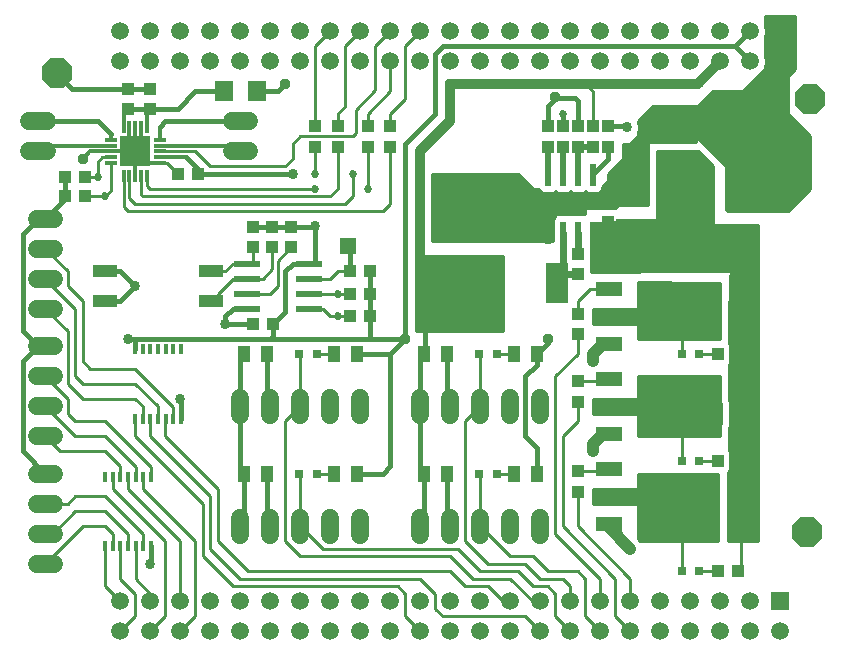
<source format=gtl>
G75*
%MOIN*%
%OFA0B0*%
%FSLAX24Y24*%
%IPPOS*%
%LPD*%
%AMOC8*
5,1,8,0,0,1.08239X$1,22.5*
%
%ADD10R,0.0138X0.0354*%
%ADD11R,0.0591X0.0591*%
%ADD12C,0.0591*%
%ADD13C,0.1660*%
%ADD14C,0.1620*%
%ADD15R,0.1063X0.0630*%
%ADD16R,0.0394X0.0433*%
%ADD17R,0.0220X0.0780*%
%ADD18R,0.0980X0.0790*%
%ADD19R,0.0433X0.0394*%
%ADD20R,0.0728X0.1339*%
%ADD21R,0.0709X0.0630*%
%ADD22C,0.0591*%
%ADD23R,0.0433X0.0551*%
%ADD24R,0.0880X0.0480*%
%ADD25R,0.0866X0.1417*%
%ADD26R,0.0315X0.0315*%
%ADD27R,0.0866X0.0236*%
%ADD28R,0.0790X0.0430*%
%ADD29R,0.0551X0.0551*%
%ADD30OC8,0.1005*%
%ADD31R,0.0394X0.0118*%
%ADD32R,0.0118X0.0394*%
%ADD33R,0.1000X0.1000*%
%ADD34R,0.0630X0.0710*%
%ADD35C,0.0337*%
%ADD36C,0.0270*%
%ADD37C,0.0160*%
%ADD38C,0.0376*%
%ADD39C,0.0120*%
%ADD40C,0.0100*%
%ADD41C,0.0400*%
%ADD42C,0.0200*%
%ADD43C,0.0220*%
%ADD44C,0.0240*%
%ADD45C,0.0320*%
D10*
X004182Y004098D03*
X004438Y004098D03*
X004694Y004098D03*
X004950Y004098D03*
X005206Y004098D03*
X005462Y004098D03*
X005718Y004098D03*
X005718Y006402D03*
X005462Y006402D03*
X005206Y006402D03*
X004950Y006402D03*
X004694Y006402D03*
X004438Y006402D03*
X004182Y006402D03*
X005182Y008348D03*
X005438Y008348D03*
X005694Y008348D03*
X005950Y008348D03*
X006206Y008348D03*
X006462Y008348D03*
X006718Y008348D03*
X006718Y010652D03*
X006462Y010652D03*
X006206Y010652D03*
X005950Y010652D03*
X005694Y010652D03*
X005438Y010652D03*
X005182Y010652D03*
D11*
X026700Y002250D03*
X026700Y021250D03*
D12*
X025700Y021250D03*
X024700Y021250D03*
X023700Y021250D03*
X022700Y021250D03*
X021700Y021250D03*
X020700Y021250D03*
X019700Y021250D03*
X018700Y021250D03*
X017700Y021250D03*
X016700Y021250D03*
X015700Y021250D03*
X014700Y021250D03*
X013700Y021250D03*
X012700Y021250D03*
X011700Y021250D03*
X010700Y021250D03*
X009700Y021250D03*
X008700Y021250D03*
X007700Y021250D03*
X006700Y021250D03*
X005700Y021250D03*
X004700Y021250D03*
X004700Y020250D03*
X005700Y020250D03*
X006700Y020250D03*
X007700Y020250D03*
X008700Y020250D03*
X009700Y020250D03*
X010700Y020250D03*
X011700Y020250D03*
X012700Y020250D03*
X013700Y020250D03*
X014700Y020250D03*
X015700Y020250D03*
X016700Y020250D03*
X017700Y020250D03*
X018700Y020250D03*
X019700Y020250D03*
X020700Y020250D03*
X021700Y020250D03*
X022700Y020250D03*
X023700Y020250D03*
X024700Y020250D03*
X025700Y020250D03*
X026700Y020250D03*
X025700Y002250D03*
X024700Y002250D03*
X023700Y002250D03*
X022700Y002250D03*
X021700Y002250D03*
X020700Y002250D03*
X019700Y002250D03*
X018700Y002250D03*
X017700Y002250D03*
X016700Y002250D03*
X015700Y002250D03*
X014700Y002250D03*
X013700Y002250D03*
X012700Y002250D03*
X011700Y002250D03*
X010700Y002250D03*
X009700Y002250D03*
X008700Y002250D03*
X007700Y002250D03*
X006700Y002250D03*
X005700Y002250D03*
X004700Y002250D03*
X004700Y001250D03*
X005700Y001250D03*
X006700Y001250D03*
X007700Y001250D03*
X008700Y001250D03*
X009700Y001250D03*
X010700Y001250D03*
X011700Y001250D03*
X012700Y001250D03*
X013700Y001250D03*
X014700Y001250D03*
X015700Y001250D03*
X016700Y001250D03*
X017700Y001250D03*
X018700Y001250D03*
X019700Y001250D03*
X020700Y001250D03*
X021700Y001250D03*
X022700Y001250D03*
X023700Y001250D03*
X024700Y001250D03*
X025700Y001250D03*
X026700Y001250D03*
D13*
X023486Y016250D03*
D14*
X026369Y016260D03*
X024737Y018231D03*
D15*
X021750Y015801D03*
X021750Y014699D03*
D16*
X020950Y014915D03*
X020950Y015585D03*
X019950Y013835D03*
X019950Y013165D03*
X024615Y010500D03*
X025285Y010500D03*
X025285Y006933D03*
X024615Y006933D03*
X024615Y003250D03*
X025285Y003250D03*
X013035Y011750D03*
X012365Y011750D03*
X012365Y012500D03*
X013035Y012500D03*
X013035Y013250D03*
X012365Y013250D03*
X018950Y017415D03*
X019450Y017415D03*
X019450Y018085D03*
X018950Y018085D03*
X005700Y018665D03*
X004950Y018665D03*
X004950Y019335D03*
X005700Y019335D03*
X003535Y016385D03*
X002865Y016385D03*
X002865Y015750D03*
X003535Y015750D03*
D17*
X018950Y016470D03*
X019450Y016470D03*
X019950Y016470D03*
X020450Y016470D03*
X020450Y014530D03*
X019950Y014530D03*
X019450Y014530D03*
X018950Y014530D03*
D18*
X019700Y015500D03*
D19*
X019950Y017415D03*
X020450Y017415D03*
X020950Y017415D03*
X020950Y018085D03*
X020450Y018085D03*
X019950Y018085D03*
X013700Y018085D03*
X012950Y018085D03*
X012950Y017415D03*
X013700Y017415D03*
X011950Y017415D03*
X011200Y017415D03*
X011200Y018085D03*
X011950Y018085D03*
X007285Y016500D03*
X006615Y016500D03*
X009133Y014735D03*
X009768Y014735D03*
X010403Y014735D03*
X010403Y014065D03*
X009768Y014065D03*
X009133Y014065D03*
X009115Y011500D03*
X009785Y011500D03*
X019950Y011165D03*
X019950Y011835D03*
X019950Y009585D03*
X019950Y008915D03*
X019950Y006585D03*
X019950Y005915D03*
D20*
X019263Y012868D03*
X017098Y012868D03*
D21*
X016300Y013449D03*
X015450Y013449D03*
X015450Y014551D03*
X016300Y014551D03*
D22*
X008995Y017250D02*
X008405Y017250D01*
X008405Y018250D02*
X008995Y018250D01*
X002495Y015000D02*
X001905Y015000D01*
X001905Y014000D02*
X002495Y014000D01*
X002495Y013000D02*
X001905Y013000D01*
X001905Y012000D02*
X002495Y012000D01*
X002495Y010750D02*
X001905Y010750D01*
X001905Y009750D02*
X002495Y009750D01*
X002495Y008750D02*
X001905Y008750D01*
X001905Y007750D02*
X002495Y007750D01*
X002495Y006500D02*
X001905Y006500D01*
X001905Y005500D02*
X002495Y005500D01*
X002495Y004500D02*
X001905Y004500D01*
X001905Y003500D02*
X002495Y003500D01*
X008700Y004455D02*
X008700Y005045D01*
X009700Y005045D02*
X009700Y004455D01*
X010700Y004455D02*
X010700Y005045D01*
X011700Y005045D02*
X011700Y004455D01*
X012700Y004455D02*
X012700Y005045D01*
X014700Y005045D02*
X014700Y004455D01*
X015700Y004455D02*
X015700Y005045D01*
X016700Y005045D02*
X016700Y004455D01*
X017700Y004455D02*
X017700Y005045D01*
X018700Y005045D02*
X018700Y004455D01*
X024383Y004570D02*
X024383Y005160D01*
X025383Y005160D02*
X025383Y004570D01*
X025500Y008199D02*
X025500Y008790D01*
X024500Y008790D02*
X024500Y008199D01*
X024450Y011955D02*
X024450Y012545D01*
X025450Y012545D02*
X025450Y011955D01*
X018700Y009045D02*
X018700Y008455D01*
X017700Y008455D02*
X017700Y009045D01*
X016700Y009045D02*
X016700Y008455D01*
X015700Y008455D02*
X015700Y009045D01*
X014700Y009045D02*
X014700Y008455D01*
X012700Y008455D02*
X012700Y009045D01*
X011700Y009045D02*
X011700Y008455D01*
X010700Y008455D02*
X010700Y009045D01*
X009700Y009045D02*
X009700Y008455D01*
X008700Y008455D02*
X008700Y009045D01*
X002245Y017250D02*
X001655Y017250D01*
X001655Y018250D02*
X002245Y018250D01*
D23*
X008806Y010500D03*
X009594Y010500D03*
X011806Y010500D03*
X012594Y010500D03*
X014806Y010500D03*
X015594Y010500D03*
X017806Y010500D03*
X018594Y010500D03*
X018594Y006500D03*
X017806Y006500D03*
X015594Y006500D03*
X014806Y006500D03*
X012594Y006500D03*
X011806Y006500D03*
X009594Y006500D03*
X008806Y006500D03*
D24*
X020980Y006660D03*
X020980Y005750D03*
X020980Y004840D03*
X020980Y007840D03*
X020980Y008750D03*
X020980Y009660D03*
X020980Y010840D03*
X020980Y011750D03*
X020980Y012660D03*
D25*
X023420Y011750D03*
X023420Y008750D03*
X023420Y005750D03*
D26*
X023405Y006933D03*
X023995Y006933D03*
X023995Y010500D03*
X023405Y010500D03*
X017245Y010500D03*
X016655Y010500D03*
X011245Y010500D03*
X010655Y010500D03*
X010655Y006500D03*
X011245Y006500D03*
X016655Y006500D03*
X017245Y006500D03*
X023405Y003250D03*
X023995Y003250D03*
D27*
X010974Y012000D03*
X010974Y012500D03*
X010974Y013000D03*
X010974Y013500D03*
X008926Y013500D03*
X008926Y013000D03*
X008926Y012500D03*
X008926Y012000D03*
D28*
X007720Y012250D03*
X007720Y013250D03*
X004180Y013250D03*
X004180Y012250D03*
D29*
X012300Y014100D03*
D30*
X002574Y019851D03*
X027700Y019000D03*
X027581Y004565D03*
D31*
X006027Y016856D03*
X006027Y017053D03*
X006027Y017250D03*
X006027Y017447D03*
X006027Y017644D03*
X004373Y017644D03*
X004373Y017447D03*
X004373Y017250D03*
X004373Y017053D03*
X004373Y016856D03*
D32*
X004806Y016423D03*
X005003Y016423D03*
X005200Y016423D03*
X005397Y016423D03*
X005594Y016423D03*
X005594Y018077D03*
X005397Y018077D03*
X005200Y018077D03*
X005003Y018077D03*
X004806Y018077D03*
D33*
X005200Y017250D03*
D34*
X008140Y019250D03*
X009260Y019250D03*
D35*
X010450Y016500D03*
X011200Y014750D03*
X015300Y015150D03*
X015700Y015150D03*
X016100Y015150D03*
X016500Y015150D03*
X019500Y015250D03*
X019900Y015250D03*
X019900Y015650D03*
X019500Y015650D03*
X021550Y016350D03*
X021950Y016350D03*
X021750Y016750D03*
X021600Y018050D03*
X008200Y011500D03*
X005200Y012750D03*
X004950Y011000D03*
X006700Y009000D03*
X005700Y003500D03*
D36*
X011950Y011750D03*
X011950Y012500D03*
X011200Y016000D03*
X011200Y016500D03*
X012450Y016500D03*
X012950Y016000D03*
X019450Y018500D03*
X004200Y015750D03*
X003950Y016385D03*
D37*
X002865Y016385D02*
X002865Y015750D01*
X002865Y015665D01*
X002200Y015000D01*
X001950Y015000D01*
X001450Y014500D01*
X001450Y011250D01*
X001950Y010750D01*
X001450Y010250D01*
X001450Y007250D01*
X002200Y006500D01*
X005718Y004098D02*
X005718Y003518D01*
X005700Y003500D01*
X008700Y004750D02*
X008806Y004856D01*
X008806Y006500D01*
X008700Y006606D01*
X008700Y008750D01*
X008700Y010500D01*
X008806Y010500D01*
X009594Y010500D02*
X009594Y008856D01*
X009700Y008750D01*
X006718Y008982D02*
X006718Y008348D01*
X006718Y008982D02*
X006700Y009000D01*
X005182Y010652D02*
X005182Y011000D01*
X009700Y011000D01*
X009785Y011085D01*
X009785Y011500D01*
X010200Y011915D01*
X010200Y013250D01*
X010450Y013500D01*
X010974Y013500D01*
X011200Y013500D01*
X011185Y013515D01*
X011185Y014735D01*
X011200Y014750D01*
X011185Y014735D02*
X010403Y014735D01*
X009768Y014735D01*
X009133Y014735D01*
X010950Y013524D02*
X010974Y013500D01*
X012365Y013250D02*
X012365Y013785D01*
X012300Y014100D01*
X013035Y013250D02*
X013035Y012500D01*
X013035Y011750D01*
X013035Y011000D01*
X014200Y011000D01*
X013700Y010500D01*
X013700Y006750D01*
X013450Y006500D01*
X012594Y006500D01*
X014700Y006606D02*
X014806Y006500D01*
X014806Y004856D01*
X014700Y004750D01*
X015594Y004856D02*
X015700Y004750D01*
X015594Y004856D02*
X015594Y006500D01*
X014700Y006606D02*
X014700Y008750D01*
X014700Y010394D01*
X014806Y010500D01*
X014865Y010559D01*
X014865Y012165D01*
X015450Y012750D01*
X014200Y011000D02*
X014200Y017500D01*
X015200Y018500D01*
X015200Y020500D01*
X015450Y020750D01*
X025200Y020750D01*
X025700Y021250D01*
X025200Y020750D02*
X025700Y020250D01*
X021600Y018085D02*
X021600Y018050D01*
X021600Y018085D02*
X020950Y018085D01*
X020950Y017415D02*
X020950Y017000D01*
X020450Y016500D01*
X019950Y018085D02*
X019950Y018935D01*
X019843Y019043D01*
X019225Y019043D01*
X019200Y019068D01*
X019200Y019000D01*
X018950Y018750D01*
X018950Y018085D01*
X019450Y018085D02*
X019450Y018500D01*
X019950Y018750D02*
X019950Y018085D01*
X010450Y016500D02*
X007285Y016500D01*
X007285Y016665D02*
X006897Y017053D01*
X006027Y018077D02*
X006200Y018250D01*
X008700Y018250D01*
X008503Y017447D02*
X008700Y017250D01*
X007200Y019250D02*
X006615Y018665D01*
X005700Y018665D01*
X004950Y018665D01*
X004950Y019335D02*
X003090Y019335D01*
X002574Y019851D01*
X001950Y018250D02*
X003950Y018250D01*
X004373Y017827D01*
X002147Y017447D02*
X001950Y017250D01*
X004950Y019335D02*
X005700Y019335D01*
X007200Y019250D02*
X008140Y019250D01*
X009260Y019250D02*
X009950Y019250D01*
X010200Y019500D01*
X004700Y013250D02*
X004180Y013250D01*
X004700Y013250D02*
X005200Y012750D01*
X004700Y012250D01*
X004180Y012250D01*
X004950Y011000D02*
X005182Y011000D01*
X002200Y010750D02*
X001950Y010750D01*
X008200Y011500D02*
X008200Y011750D01*
X008450Y012000D01*
X008926Y012000D01*
X008700Y012000D01*
X009115Y011500D02*
X008200Y011500D01*
X009700Y011000D02*
X013035Y011000D01*
X012594Y010500D02*
X013700Y010500D01*
X015594Y010500D02*
X015594Y008856D01*
X015700Y008750D01*
X018200Y007750D02*
X018200Y009750D01*
X018594Y010144D01*
X018594Y010500D01*
X018950Y010856D01*
X018950Y011000D01*
X018200Y007750D02*
X018594Y007356D01*
X018594Y006500D01*
X009594Y006500D02*
X009594Y004856D01*
X009700Y004750D01*
D38*
X014200Y011000D03*
X018950Y011000D03*
X020450Y010250D03*
X020450Y007250D03*
X021700Y004000D03*
X003450Y017000D03*
X010200Y019500D03*
X015700Y019500D03*
X019200Y019068D03*
D39*
X020450Y016500D02*
X020450Y016470D01*
X008503Y017447D02*
X006027Y017447D01*
X006027Y017644D02*
X006027Y018077D01*
X005594Y018077D02*
X005594Y018559D01*
X005700Y018665D01*
X004950Y018665D02*
X004806Y018522D01*
X004806Y018077D01*
X005003Y018077D02*
X005003Y017447D01*
X005200Y017250D01*
X005200Y016423D01*
X005344Y016856D02*
X005200Y017000D01*
X005200Y017250D01*
X004373Y017250D01*
X003700Y017250D01*
X003450Y017000D01*
X004373Y017447D02*
X002147Y017447D01*
X004373Y017644D02*
X004373Y017827D01*
X005200Y018077D02*
X005200Y017250D01*
X005397Y017447D01*
X005397Y018077D01*
X006027Y017053D02*
X006897Y017053D01*
X006027Y016856D02*
X005344Y016856D01*
D40*
X004182Y002768D02*
X004700Y002250D01*
X005200Y002500D02*
X005200Y001750D01*
X004700Y001250D01*
X005700Y001250D02*
X006200Y001750D01*
X006200Y004250D01*
X004438Y006012D01*
X004438Y006402D01*
X004694Y006402D02*
X004700Y006407D01*
X004700Y006750D01*
X004200Y007250D01*
X002700Y007250D01*
X002200Y007750D01*
X003200Y007750D02*
X004200Y007750D01*
X005206Y006744D01*
X005206Y006402D01*
X005462Y006402D02*
X005462Y005988D01*
X007200Y004250D01*
X007200Y001750D01*
X006700Y001250D01*
X006700Y002250D02*
X006700Y004250D01*
X004950Y006000D01*
X004950Y006402D01*
X005718Y006402D02*
X005718Y006732D01*
X004200Y008250D01*
X003200Y008250D01*
X002950Y008500D01*
X002950Y009000D01*
X002200Y009750D01*
X002950Y009500D02*
X002950Y011250D01*
X002200Y012000D01*
X003200Y012000D02*
X002200Y013000D01*
X002950Y012750D02*
X002950Y013250D01*
X002200Y014000D01*
X002950Y012750D02*
X003450Y012250D01*
X003450Y010250D01*
X003700Y010000D01*
X005200Y010000D01*
X006462Y008738D01*
X006462Y008348D01*
X006206Y008348D02*
X006200Y008343D01*
X006200Y007750D01*
X007950Y006000D01*
X007950Y004250D01*
X008950Y003250D01*
X015700Y003250D01*
X016200Y002750D01*
X016950Y002750D01*
X017450Y002250D01*
X017700Y002250D01*
X018450Y002250D02*
X017700Y003000D01*
X016450Y003000D01*
X015700Y003750D01*
X010700Y003750D01*
X010200Y004250D01*
X010200Y008250D01*
X010700Y008750D01*
X010700Y010455D01*
X010655Y010500D01*
X011245Y010500D02*
X011806Y010500D01*
X011700Y011750D02*
X011450Y012000D01*
X010974Y012000D01*
X010974Y012500D02*
X011950Y012500D01*
X012365Y012500D01*
X011700Y013000D02*
X010974Y013000D01*
X011700Y013000D02*
X011950Y013250D01*
X012365Y013250D01*
X012365Y011750D02*
X011950Y011750D01*
X011700Y011750D01*
X009950Y012750D02*
X009950Y013613D01*
X010403Y014065D01*
X009768Y014065D02*
X009768Y013318D01*
X009450Y013000D01*
X008926Y013000D01*
X008450Y013000D01*
X007950Y012500D01*
X007950Y012250D01*
X007720Y012250D01*
X008926Y012500D02*
X009700Y012500D01*
X009950Y012750D01*
X009200Y013500D02*
X008926Y013500D01*
X008450Y013500D01*
X008200Y013250D01*
X007720Y013250D01*
X009133Y013568D02*
X009133Y014065D01*
X009133Y013568D02*
X009200Y013500D01*
X012200Y015500D02*
X012450Y015750D01*
X012450Y016500D01*
X011950Y016000D02*
X011700Y015750D01*
X005450Y015750D01*
X005397Y015803D01*
X005397Y016423D01*
X005594Y016423D02*
X005594Y016106D01*
X005700Y016000D01*
X011200Y016000D01*
X011200Y016500D02*
X011200Y017415D01*
X010700Y017750D02*
X010450Y017500D01*
X010450Y017000D01*
X010200Y016750D01*
X007700Y016750D01*
X007200Y017250D01*
X006027Y017250D01*
X006027Y016856D02*
X006259Y016856D01*
X006615Y016500D01*
X007285Y016500D02*
X007285Y016665D01*
X005003Y016423D02*
X005003Y015697D01*
X005200Y015500D01*
X012200Y015500D01*
X011950Y016000D02*
X011950Y017415D01*
X012450Y017750D02*
X010700Y017750D01*
X011200Y018085D02*
X011200Y020750D01*
X011700Y021250D01*
X012200Y020750D02*
X012200Y018750D01*
X011950Y018500D01*
X011950Y018085D01*
X012450Y017750D02*
X012553Y017853D01*
X012553Y018638D01*
X013200Y019285D01*
X013200Y020750D01*
X013700Y021250D01*
X014200Y020750D02*
X014700Y021250D01*
X014200Y020750D02*
X014200Y019000D01*
X013700Y018500D01*
X013700Y018085D01*
X012950Y018085D02*
X012950Y018500D01*
X013700Y019250D01*
X013700Y020250D01*
X012700Y021250D02*
X012200Y020750D01*
X012950Y017415D02*
X012950Y016000D01*
X013700Y015500D02*
X013450Y015250D01*
X004950Y015250D01*
X004806Y015394D01*
X004806Y016423D01*
X004373Y016856D02*
X004373Y015923D01*
X004200Y015750D01*
X003535Y015750D01*
X003450Y016250D02*
X003535Y016385D01*
X003950Y016385D01*
X003950Y016900D01*
X004100Y017050D01*
X004370Y017050D01*
X003200Y012000D02*
X003200Y009750D01*
X003450Y009500D01*
X005200Y009500D01*
X005950Y008750D01*
X005950Y008348D01*
X005694Y008348D02*
X005694Y007756D01*
X007700Y005750D01*
X007700Y004000D01*
X008700Y003000D01*
X014700Y003000D01*
X015200Y002500D01*
X015200Y002000D01*
X015450Y001750D01*
X018200Y001750D01*
X018700Y001250D01*
X019200Y001750D02*
X019200Y002500D01*
X018950Y002750D01*
X018450Y002750D01*
X017950Y003250D01*
X016700Y003250D01*
X015950Y004000D01*
X011450Y004000D01*
X010700Y004750D01*
X010700Y006455D01*
X010655Y006500D01*
X011245Y006500D02*
X011806Y006500D01*
X016200Y008250D02*
X016200Y004250D01*
X016950Y003500D01*
X018200Y003500D01*
X018700Y003000D01*
X019450Y003000D01*
X019700Y002750D01*
X019700Y002250D01*
X019200Y001750D02*
X019700Y001250D01*
X020200Y001750D02*
X020200Y003000D01*
X019950Y003250D01*
X018950Y003250D01*
X018450Y003750D01*
X017700Y003750D01*
X016700Y004750D01*
X016700Y006455D01*
X016655Y006500D01*
X017245Y006500D02*
X017806Y006500D01*
X019450Y007750D02*
X019950Y008250D01*
X019950Y008915D01*
X020450Y008926D02*
X024700Y008926D01*
X024700Y009024D02*
X021950Y009024D01*
X021950Y009000D02*
X021950Y009750D01*
X024700Y009750D01*
X024700Y007750D01*
X021950Y007750D01*
X021950Y008500D01*
X020450Y008500D01*
X020450Y009000D01*
X021950Y009000D01*
X021950Y009123D02*
X024700Y009123D01*
X024700Y009221D02*
X021950Y009221D01*
X021950Y009320D02*
X024700Y009320D01*
X024700Y009418D02*
X021950Y009418D01*
X021950Y009517D02*
X024700Y009517D01*
X024700Y009615D02*
X021950Y009615D01*
X021950Y009714D02*
X024700Y009714D01*
X024987Y009714D02*
X025950Y009714D01*
X025950Y009812D02*
X024988Y009812D01*
X024989Y009911D02*
X025950Y009911D01*
X025950Y010009D02*
X024989Y010009D01*
X024990Y010108D02*
X025950Y010108D01*
X025950Y010206D02*
X025022Y010206D01*
X025022Y010196D02*
X025022Y010804D01*
X024995Y010831D01*
X025000Y011550D01*
X025018Y013000D01*
X025065Y013250D01*
X023700Y013250D01*
X020383Y013238D01*
X020400Y014850D01*
X022600Y014950D01*
X022600Y017250D01*
X023950Y017250D01*
X024450Y016750D01*
X024450Y014800D01*
X025950Y014800D01*
X025950Y013000D01*
X025018Y013000D01*
X025950Y013000D01*
X025950Y004250D01*
X024950Y004250D01*
X024966Y006573D01*
X025022Y006629D01*
X025022Y007236D01*
X024971Y007287D01*
X024976Y008028D01*
X025005Y008099D01*
X025005Y008890D01*
X024982Y008946D01*
X024991Y010165D01*
X025022Y010196D01*
X025022Y010305D02*
X025950Y010305D01*
X025950Y010403D02*
X025022Y010403D01*
X025022Y010502D02*
X025950Y010502D01*
X025950Y010600D02*
X025022Y010600D01*
X025022Y010699D02*
X025950Y010699D01*
X025950Y010797D02*
X025022Y010797D01*
X024996Y010896D02*
X025950Y010896D01*
X025950Y010994D02*
X024996Y010994D01*
X024997Y011093D02*
X025950Y011093D01*
X025950Y011191D02*
X024998Y011191D01*
X024998Y011290D02*
X025950Y011290D01*
X025950Y011388D02*
X024999Y011388D01*
X025000Y011487D02*
X025950Y011487D01*
X025950Y011585D02*
X025000Y011585D01*
X025002Y011684D02*
X025950Y011684D01*
X025950Y011782D02*
X025003Y011782D01*
X025004Y011881D02*
X025950Y011881D01*
X025950Y011979D02*
X025005Y011979D01*
X025006Y012078D02*
X025950Y012078D01*
X025950Y012176D02*
X025008Y012176D01*
X025009Y012275D02*
X025950Y012275D01*
X025950Y012373D02*
X025010Y012373D01*
X025011Y012472D02*
X025950Y012472D01*
X025950Y012570D02*
X025012Y012570D01*
X025013Y012669D02*
X025950Y012669D01*
X025950Y012767D02*
X025015Y012767D01*
X025016Y012866D02*
X025950Y012866D01*
X025950Y012964D02*
X025017Y012964D01*
X025029Y013063D02*
X025950Y013063D01*
X025950Y013161D02*
X025048Y013161D01*
X024700Y012865D02*
X024700Y011000D01*
X021950Y011000D01*
X021950Y011500D01*
X020450Y011500D01*
X020450Y012000D01*
X021950Y012000D01*
X021950Y012885D01*
X024200Y012865D01*
X024700Y012865D01*
X024700Y012767D02*
X021950Y012767D01*
X021950Y012669D02*
X024700Y012669D01*
X024700Y012570D02*
X021950Y012570D01*
X021950Y012472D02*
X024700Y012472D01*
X024700Y012373D02*
X021950Y012373D01*
X021950Y012275D02*
X024700Y012275D01*
X024700Y012176D02*
X021950Y012176D01*
X021950Y012078D02*
X024700Y012078D01*
X024700Y011979D02*
X020450Y011979D01*
X020450Y011881D02*
X024700Y011881D01*
X024700Y011782D02*
X020450Y011782D01*
X020450Y011684D02*
X024700Y011684D01*
X024700Y011585D02*
X020450Y011585D01*
X019950Y011835D02*
X019950Y012250D01*
X020360Y012660D01*
X020980Y012660D01*
X020383Y013260D02*
X025950Y013260D01*
X025950Y013358D02*
X020384Y013358D01*
X020385Y013457D02*
X025950Y013457D01*
X025950Y013555D02*
X020386Y013555D01*
X020387Y013654D02*
X025950Y013654D01*
X025950Y013752D02*
X020388Y013752D01*
X020389Y013851D02*
X025950Y013851D01*
X025950Y013949D02*
X020390Y013949D01*
X020391Y014048D02*
X025950Y014048D01*
X025950Y014146D02*
X020392Y014146D01*
X020393Y014245D02*
X025950Y014245D01*
X025950Y014343D02*
X020394Y014343D01*
X020396Y014442D02*
X025950Y014442D01*
X025950Y014540D02*
X020397Y014540D01*
X020398Y014639D02*
X025950Y014639D01*
X025950Y014737D02*
X020399Y014737D01*
X020400Y014836D02*
X024450Y014836D01*
X024450Y014934D02*
X022249Y014934D01*
X022600Y015033D02*
X024450Y015033D01*
X024450Y015131D02*
X022600Y015131D01*
X022600Y015230D02*
X024450Y015230D01*
X024450Y015328D02*
X022600Y015328D01*
X022600Y015427D02*
X024450Y015427D01*
X024450Y015525D02*
X022600Y015525D01*
X022600Y015624D02*
X024450Y015624D01*
X024450Y015722D02*
X022600Y015722D01*
X022600Y015821D02*
X024450Y015821D01*
X024450Y015919D02*
X022600Y015919D01*
X022600Y016018D02*
X024450Y016018D01*
X024450Y016116D02*
X022600Y016116D01*
X022600Y016215D02*
X024450Y016215D01*
X024450Y016313D02*
X022600Y016313D01*
X022600Y016412D02*
X024450Y016412D01*
X024450Y016510D02*
X022600Y016510D01*
X022600Y016609D02*
X024450Y016609D01*
X024450Y016707D02*
X022600Y016707D01*
X022600Y016806D02*
X024394Y016806D01*
X024296Y016904D02*
X022600Y016904D01*
X022600Y017003D02*
X024197Y017003D01*
X024099Y017101D02*
X022600Y017101D01*
X022600Y017200D02*
X024000Y017200D01*
X024253Y017397D02*
X027700Y017397D01*
X027700Y017495D02*
X024155Y017495D01*
X024056Y017594D02*
X027700Y017594D01*
X027700Y017692D02*
X023958Y017692D01*
X023900Y017692D02*
X021892Y017692D01*
X021950Y017750D02*
X021950Y017906D01*
X021978Y017975D01*
X021978Y018125D01*
X021950Y018194D01*
X021950Y018250D01*
X022450Y018750D01*
X023900Y018750D01*
X023700Y018550D01*
X023700Y017950D01*
X023900Y017750D01*
X023900Y017550D01*
X022300Y017550D01*
X022300Y015450D01*
X021300Y015450D01*
X021200Y015350D01*
X020200Y015350D01*
X020200Y015150D01*
X019200Y015150D01*
X019200Y015077D01*
X019130Y015007D01*
X019130Y014250D01*
X015100Y014250D01*
X015100Y016500D01*
X017950Y016500D01*
X018450Y016000D01*
X018630Y016000D01*
X018630Y015993D01*
X018753Y015870D01*
X019147Y015870D01*
X019200Y015923D01*
X019253Y015870D01*
X019647Y015870D01*
X019700Y015923D01*
X019753Y015870D01*
X020147Y015870D01*
X020200Y015923D01*
X020253Y015870D01*
X020647Y015870D01*
X020770Y015993D01*
X020770Y016070D01*
X020950Y016250D01*
X020950Y016500D01*
X021450Y017000D01*
X021450Y017500D01*
X021700Y017500D01*
X021950Y017750D01*
X021950Y017791D02*
X023859Y017791D01*
X027659Y017791D01*
X027700Y017750D02*
X027700Y016000D01*
X026950Y015250D01*
X024950Y015250D01*
X024900Y015300D01*
X024900Y016750D01*
X023700Y017950D01*
X023700Y018500D01*
X024450Y019250D01*
X025450Y019250D01*
X026200Y020000D01*
X026200Y020137D01*
X026205Y020149D01*
X026205Y020351D01*
X026200Y020363D01*
X026200Y021137D01*
X026205Y021149D01*
X026205Y021351D01*
X026200Y021363D01*
X026200Y021750D01*
X027200Y021750D01*
X027200Y020000D01*
X026950Y019750D01*
X026950Y018500D01*
X027700Y017750D01*
X027561Y017889D02*
X023761Y017889D01*
X021950Y017889D01*
X021978Y017988D02*
X023700Y017988D01*
X027462Y017988D01*
X027364Y018086D02*
X023700Y018086D01*
X021978Y018086D01*
X021954Y018185D02*
X023700Y018185D01*
X027265Y018185D01*
X027167Y018283D02*
X023700Y018283D01*
X021983Y018283D01*
X022082Y018382D02*
X023700Y018382D01*
X027068Y018382D01*
X026970Y018480D02*
X023700Y018480D01*
X022180Y018480D01*
X022279Y018579D02*
X023729Y018579D01*
X023779Y018579D02*
X026950Y018579D01*
X026950Y018677D02*
X023877Y018677D01*
X023827Y018677D02*
X022377Y018677D01*
X022300Y017495D02*
X021450Y017495D01*
X021450Y017397D02*
X022300Y017397D01*
X022300Y017298D02*
X021450Y017298D01*
X021450Y017200D02*
X022300Y017200D01*
X022300Y017101D02*
X021450Y017101D01*
X021450Y017003D02*
X022300Y017003D01*
X022300Y016904D02*
X021354Y016904D01*
X021256Y016806D02*
X022300Y016806D01*
X022300Y016707D02*
X021157Y016707D01*
X021059Y016609D02*
X022300Y016609D01*
X022300Y016510D02*
X020960Y016510D01*
X020950Y016412D02*
X022300Y016412D01*
X022300Y016313D02*
X020950Y016313D01*
X020915Y016215D02*
X022300Y016215D01*
X022300Y016116D02*
X020816Y016116D01*
X020770Y016018D02*
X022300Y016018D01*
X022300Y015919D02*
X020696Y015919D01*
X020204Y015919D02*
X020196Y015919D01*
X019704Y015919D02*
X019696Y015919D01*
X019204Y015919D02*
X019196Y015919D01*
X018704Y015919D02*
X015100Y015919D01*
X015100Y015821D02*
X022300Y015821D01*
X022300Y015722D02*
X015100Y015722D01*
X015100Y015624D02*
X022300Y015624D01*
X022300Y015525D02*
X015100Y015525D01*
X015100Y015427D02*
X021277Y015427D01*
X020200Y015328D02*
X015100Y015328D01*
X015100Y015230D02*
X020200Y015230D01*
X019200Y015131D02*
X015100Y015131D01*
X015100Y015033D02*
X019156Y015033D01*
X019130Y014934D02*
X015100Y014934D01*
X015100Y014836D02*
X019130Y014836D01*
X019130Y014737D02*
X015100Y014737D01*
X015100Y014639D02*
X019130Y014639D01*
X019130Y014540D02*
X015100Y014540D01*
X015100Y014442D02*
X019130Y014442D01*
X019130Y014343D02*
X015100Y014343D01*
X014550Y013750D02*
X017450Y013750D01*
X017450Y011250D01*
X014550Y011250D01*
X014550Y013750D01*
X014550Y013654D02*
X017450Y013654D01*
X017450Y013555D02*
X014550Y013555D01*
X014550Y013457D02*
X017450Y013457D01*
X017450Y013358D02*
X014550Y013358D01*
X014550Y013260D02*
X017450Y013260D01*
X017450Y013161D02*
X014550Y013161D01*
X014550Y013063D02*
X017450Y013063D01*
X017450Y012964D02*
X014550Y012964D01*
X014550Y012866D02*
X017450Y012866D01*
X017450Y012767D02*
X014550Y012767D01*
X014550Y012669D02*
X017450Y012669D01*
X017450Y012570D02*
X014550Y012570D01*
X014550Y012472D02*
X017450Y012472D01*
X017450Y012373D02*
X014550Y012373D01*
X014550Y012275D02*
X017450Y012275D01*
X017450Y012176D02*
X014550Y012176D01*
X014550Y012078D02*
X017450Y012078D01*
X017450Y011979D02*
X014550Y011979D01*
X014550Y011881D02*
X017450Y011881D01*
X017450Y011782D02*
X014550Y011782D01*
X014550Y011684D02*
X017450Y011684D01*
X017450Y011585D02*
X014550Y011585D01*
X014550Y011487D02*
X017450Y011487D01*
X017450Y011388D02*
X014550Y011388D01*
X014550Y011290D02*
X017450Y011290D01*
X017245Y010500D02*
X017806Y010500D01*
X016700Y010455D02*
X016655Y010500D01*
X016700Y010455D02*
X016700Y008750D01*
X016200Y008250D01*
X019200Y009750D02*
X019950Y010500D01*
X019950Y011165D01*
X019200Y009750D02*
X019200Y004500D01*
X020700Y003000D01*
X020700Y002250D01*
X020200Y001750D02*
X020700Y001250D01*
X021200Y001750D02*
X021200Y003000D01*
X019450Y004750D01*
X019450Y007750D01*
X020450Y008532D02*
X024700Y008532D01*
X024700Y008630D02*
X020450Y008630D01*
X020450Y008729D02*
X024700Y008729D01*
X024700Y008827D02*
X020450Y008827D01*
X020905Y009585D02*
X019950Y009585D01*
X020905Y009585D02*
X020980Y009660D01*
X021950Y008433D02*
X024700Y008433D01*
X024700Y008335D02*
X021950Y008335D01*
X021950Y008236D02*
X024700Y008236D01*
X024700Y008138D02*
X021950Y008138D01*
X021950Y008039D02*
X024700Y008039D01*
X024700Y007941D02*
X021950Y007941D01*
X021950Y007842D02*
X024700Y007842D01*
X024975Y007842D02*
X025950Y007842D01*
X025950Y007744D02*
X024974Y007744D01*
X024973Y007645D02*
X025950Y007645D01*
X025950Y007547D02*
X024973Y007547D01*
X024972Y007448D02*
X025950Y007448D01*
X025950Y007350D02*
X024971Y007350D01*
X025007Y007251D02*
X025950Y007251D01*
X025950Y007153D02*
X025022Y007153D01*
X025022Y007054D02*
X025950Y007054D01*
X025950Y006956D02*
X025022Y006956D01*
X025022Y006857D02*
X025950Y006857D01*
X025950Y006759D02*
X025022Y006759D01*
X025022Y006660D02*
X025950Y006660D01*
X025950Y006562D02*
X024966Y006562D01*
X024965Y006463D02*
X025950Y006463D01*
X025950Y006365D02*
X024964Y006365D01*
X024964Y006266D02*
X025950Y006266D01*
X025950Y006168D02*
X024963Y006168D01*
X024962Y006069D02*
X025950Y006069D01*
X025950Y005971D02*
X024962Y005971D01*
X024961Y005872D02*
X025950Y005872D01*
X025950Y005774D02*
X024960Y005774D01*
X024960Y005675D02*
X025950Y005675D01*
X025950Y005577D02*
X024959Y005577D01*
X024958Y005478D02*
X025950Y005478D01*
X025950Y005380D02*
X024958Y005380D01*
X024957Y005281D02*
X025950Y005281D01*
X025950Y005183D02*
X024956Y005183D01*
X024956Y005084D02*
X025950Y005084D01*
X025950Y004986D02*
X024955Y004986D01*
X024954Y004887D02*
X025950Y004887D01*
X025950Y004789D02*
X024954Y004789D01*
X024953Y004690D02*
X025950Y004690D01*
X025950Y004592D02*
X024952Y004592D01*
X024952Y004493D02*
X025950Y004493D01*
X025950Y004395D02*
X024951Y004395D01*
X024950Y004296D02*
X025950Y004296D01*
X025383Y004865D02*
X025383Y003348D01*
X025285Y003250D01*
X024615Y003250D02*
X023995Y003250D01*
X023405Y003250D02*
X023405Y005735D01*
X023420Y005750D01*
X024633Y005774D02*
X020450Y005774D01*
X020450Y005872D02*
X024633Y005872D01*
X024633Y005971D02*
X020450Y005971D01*
X020450Y006000D02*
X021950Y006000D01*
X021950Y006500D01*
X024633Y006500D01*
X024633Y004250D01*
X022030Y004250D01*
X021950Y004330D01*
X021950Y005500D01*
X020450Y005500D01*
X020450Y006000D01*
X019950Y005915D02*
X019950Y004750D01*
X021700Y003000D01*
X021700Y002250D01*
X021200Y001750D02*
X021700Y001250D01*
X018700Y002250D02*
X018450Y002250D01*
X021984Y004296D02*
X024633Y004296D01*
X024633Y004395D02*
X021950Y004395D01*
X021950Y004493D02*
X024633Y004493D01*
X024633Y004592D02*
X021950Y004592D01*
X021950Y004690D02*
X024633Y004690D01*
X024633Y004789D02*
X021950Y004789D01*
X021950Y004887D02*
X024633Y004887D01*
X024633Y004986D02*
X021950Y004986D01*
X021950Y005084D02*
X024633Y005084D01*
X024633Y005183D02*
X021950Y005183D01*
X021950Y005281D02*
X024633Y005281D01*
X024633Y005380D02*
X021950Y005380D01*
X021950Y005478D02*
X024633Y005478D01*
X024633Y005577D02*
X020450Y005577D01*
X020450Y005675D02*
X024633Y005675D01*
X024633Y006069D02*
X021950Y006069D01*
X021950Y006168D02*
X024633Y006168D01*
X024633Y006266D02*
X021950Y006266D01*
X021950Y006365D02*
X024633Y006365D01*
X024633Y006463D02*
X021950Y006463D01*
X020980Y006660D02*
X020905Y006585D01*
X019950Y006585D01*
X023405Y006933D02*
X023405Y008735D01*
X023420Y008750D01*
X024983Y009024D02*
X025950Y009024D01*
X025950Y008926D02*
X024991Y008926D01*
X025005Y008827D02*
X025950Y008827D01*
X025950Y008729D02*
X025005Y008729D01*
X025005Y008630D02*
X025950Y008630D01*
X025950Y008532D02*
X025005Y008532D01*
X025005Y008433D02*
X025950Y008433D01*
X025950Y008335D02*
X025005Y008335D01*
X025005Y008236D02*
X025950Y008236D01*
X025950Y008138D02*
X025005Y008138D01*
X024981Y008039D02*
X025950Y008039D01*
X025950Y007941D02*
X024975Y007941D01*
X024615Y006933D02*
X023995Y006933D01*
X024983Y009123D02*
X025950Y009123D01*
X025950Y009221D02*
X024984Y009221D01*
X024985Y009320D02*
X025950Y009320D01*
X025950Y009418D02*
X024985Y009418D01*
X024986Y009517D02*
X025950Y009517D01*
X025950Y009615D02*
X024987Y009615D01*
X024615Y010500D02*
X023995Y010500D01*
X023405Y010500D02*
X023405Y011735D01*
X023420Y011750D01*
X024700Y011487D02*
X021950Y011487D01*
X021950Y011388D02*
X024700Y011388D01*
X024700Y011290D02*
X021950Y011290D01*
X021950Y011191D02*
X024700Y011191D01*
X024700Y011093D02*
X021950Y011093D01*
X021950Y012866D02*
X024140Y012866D01*
X024900Y015328D02*
X027028Y015328D01*
X027127Y015427D02*
X024900Y015427D01*
X024900Y015525D02*
X027225Y015525D01*
X027324Y015624D02*
X024900Y015624D01*
X024900Y015722D02*
X027422Y015722D01*
X027521Y015821D02*
X024900Y015821D01*
X024900Y015919D02*
X027619Y015919D01*
X027700Y016018D02*
X024900Y016018D01*
X024900Y016116D02*
X027700Y016116D01*
X027700Y016215D02*
X024900Y016215D01*
X024900Y016313D02*
X027700Y016313D01*
X027700Y016412D02*
X024900Y016412D01*
X024900Y016510D02*
X027700Y016510D01*
X027700Y016609D02*
X024900Y016609D01*
X024900Y016707D02*
X027700Y016707D01*
X027700Y016806D02*
X024844Y016806D01*
X024746Y016904D02*
X027700Y016904D01*
X027700Y017003D02*
X024647Y017003D01*
X024549Y017101D02*
X027700Y017101D01*
X027700Y017200D02*
X024450Y017200D01*
X024352Y017298D02*
X027700Y017298D01*
X026950Y018776D02*
X023976Y018776D01*
X024074Y018874D02*
X026950Y018874D01*
X026950Y018973D02*
X024173Y018973D01*
X024271Y019071D02*
X026950Y019071D01*
X026950Y019170D02*
X024370Y019170D01*
X025468Y019268D02*
X026950Y019268D01*
X026950Y019367D02*
X025567Y019367D01*
X025665Y019465D02*
X026950Y019465D01*
X026950Y019564D02*
X025764Y019564D01*
X025862Y019662D02*
X026950Y019662D01*
X026961Y019761D02*
X025961Y019761D01*
X026059Y019859D02*
X027059Y019859D01*
X027158Y019958D02*
X026158Y019958D01*
X026200Y020056D02*
X027200Y020056D01*
X027200Y020155D02*
X026205Y020155D01*
X026205Y020253D02*
X027200Y020253D01*
X027200Y020352D02*
X026205Y020352D01*
X026200Y020450D02*
X027200Y020450D01*
X027200Y020549D02*
X026200Y020549D01*
X026200Y020647D02*
X027200Y020647D01*
X027200Y020746D02*
X026200Y020746D01*
X026200Y020844D02*
X027200Y020844D01*
X027200Y020943D02*
X026200Y020943D01*
X026200Y021041D02*
X027200Y021041D01*
X027200Y021140D02*
X026201Y021140D01*
X026205Y021238D02*
X027200Y021238D01*
X027200Y021337D02*
X026205Y021337D01*
X026200Y021435D02*
X027200Y021435D01*
X027200Y021534D02*
X026200Y021534D01*
X026200Y021632D02*
X027200Y021632D01*
X027200Y021731D02*
X026200Y021731D01*
X020450Y019250D02*
X020450Y018085D01*
X021794Y017594D02*
X023900Y017594D01*
X020450Y019250D02*
X020200Y019500D01*
X018038Y016412D02*
X015100Y016412D01*
X015100Y016313D02*
X018137Y016313D01*
X018235Y016215D02*
X015100Y016215D01*
X015100Y016116D02*
X018334Y016116D01*
X018432Y016018D02*
X015100Y016018D01*
X013700Y015500D02*
X013700Y017415D01*
X003450Y009000D02*
X002950Y009500D01*
X003450Y009000D02*
X005200Y009000D01*
X005438Y008762D01*
X005438Y008348D01*
X005182Y008348D02*
X005182Y007768D01*
X007450Y005500D01*
X007450Y003750D01*
X008450Y002750D01*
X013950Y002750D01*
X014200Y002500D01*
X014200Y001750D01*
X014700Y001250D01*
X005700Y002250D02*
X005700Y002500D01*
X005206Y002994D01*
X005206Y004098D01*
X005462Y004098D02*
X005462Y004488D01*
X004200Y005750D01*
X003200Y005750D01*
X002950Y005500D01*
X002200Y005500D01*
X003200Y005250D02*
X004200Y005250D01*
X004950Y004500D01*
X004950Y004098D01*
X004694Y004098D02*
X004694Y003006D01*
X005200Y002500D01*
X004182Y002768D02*
X004182Y004098D01*
X004438Y004098D02*
X004438Y004512D01*
X004200Y004750D01*
X003450Y004750D01*
X002200Y003500D01*
X002200Y004500D02*
X002450Y004500D01*
X003200Y005250D01*
X003200Y007750D02*
X002200Y008750D01*
D41*
X020450Y007500D02*
X020450Y007250D01*
X020450Y007500D02*
X020790Y007840D01*
X020980Y007840D01*
X020450Y010250D02*
X020450Y010500D01*
X020790Y010840D01*
X020980Y010840D01*
X020980Y004840D02*
X020980Y004720D01*
X021700Y004000D01*
D42*
X019450Y012750D02*
X019450Y013165D01*
X019450Y016470D02*
X019450Y017415D01*
X019950Y017415D02*
X020450Y017415D01*
X019950Y017415D02*
X019950Y016470D01*
X018950Y016470D02*
X018950Y017415D01*
D43*
X019450Y014530D02*
X019450Y013165D01*
X019950Y013835D02*
X019950Y014530D01*
D44*
X019950Y013165D02*
X019450Y013165D01*
X019450Y013000D01*
X019263Y013000D01*
X019263Y012868D01*
D45*
X015450Y012750D02*
X015450Y013449D01*
X015450Y012750D02*
X014700Y013500D01*
X014700Y017250D01*
X015700Y018250D01*
X015700Y019500D01*
X020200Y019500D01*
X023950Y019500D01*
X024700Y020250D01*
M02*

</source>
